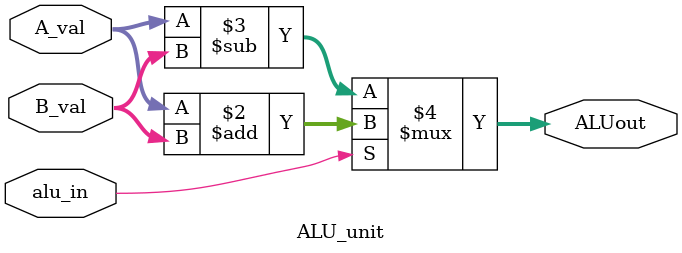
<source format=v>
module ALU_unit(alu_in,A_val, B_val, ALUout);
	//input
	input wire alu_in;
	input wire [8:0]A_val, B_val;  
	//output
	output wire [8:0]ALUout;
	
	parameter	SUB = 1'b0,
					ADD = 1'b1;
	//output assigments
	assign ALUout = (alu_in == ADD)? A_val + B_val: A_val - B_val;

endmodule

</source>
